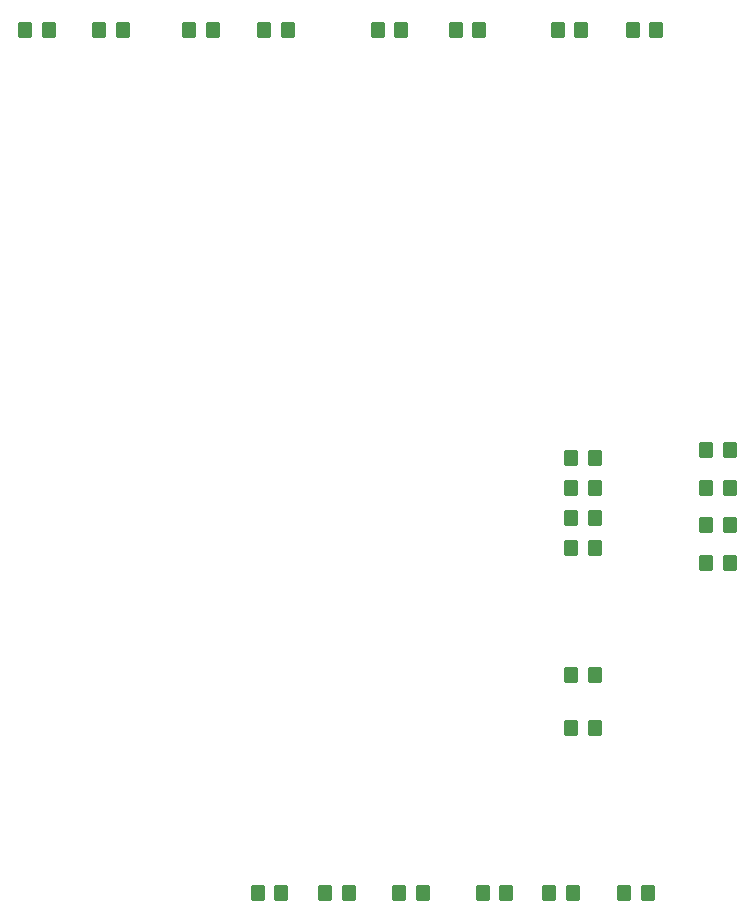
<source format=gtp>
%TF.GenerationSoftware,KiCad,Pcbnew,7.0.1*%
%TF.CreationDate,2023-04-23T09:13:03+12:00*%
%TF.ProjectId,Cocktail PCB,436f636b-7461-4696-9c20-5043422e6b69,rev?*%
%TF.SameCoordinates,Original*%
%TF.FileFunction,Paste,Top*%
%TF.FilePolarity,Positive*%
%FSLAX46Y46*%
G04 Gerber Fmt 4.6, Leading zero omitted, Abs format (unit mm)*
G04 Created by KiCad (PCBNEW 7.0.1) date 2023-04-23 09:13:03*
%MOMM*%
%LPD*%
G01*
G04 APERTURE LIST*
G04 Aperture macros list*
%AMRoundRect*
0 Rectangle with rounded corners*
0 $1 Rounding radius*
0 $2 $3 $4 $5 $6 $7 $8 $9 X,Y pos of 4 corners*
0 Add a 4 corners polygon primitive as box body*
4,1,4,$2,$3,$4,$5,$6,$7,$8,$9,$2,$3,0*
0 Add four circle primitives for the rounded corners*
1,1,$1+$1,$2,$3*
1,1,$1+$1,$4,$5*
1,1,$1+$1,$6,$7*
1,1,$1+$1,$8,$9*
0 Add four rect primitives between the rounded corners*
20,1,$1+$1,$2,$3,$4,$5,0*
20,1,$1+$1,$4,$5,$6,$7,0*
20,1,$1+$1,$6,$7,$8,$9,0*
20,1,$1+$1,$8,$9,$2,$3,0*%
G04 Aperture macros list end*
%ADD10RoundRect,0.250000X-0.350000X-0.450000X0.350000X-0.450000X0.350000X0.450000X-0.350000X0.450000X0*%
%ADD11RoundRect,0.250000X0.350000X0.450000X-0.350000X0.450000X-0.350000X-0.450000X0.350000X-0.450000X0*%
G04 APERTURE END LIST*
D10*
X191675000Y-99060000D03*
X193675000Y-99060000D03*
X180245000Y-93345000D03*
X182245000Y-93345000D03*
X191675000Y-92710000D03*
X193675000Y-92710000D03*
X180245000Y-100965000D03*
X182245000Y-100965000D03*
X180245000Y-111760000D03*
X182245000Y-111760000D03*
D11*
X167640000Y-130175000D03*
X165640000Y-130175000D03*
X172450000Y-57150000D03*
X170450000Y-57150000D03*
D10*
X179070000Y-57150000D03*
X181070000Y-57150000D03*
D11*
X155670000Y-130175000D03*
X153670000Y-130175000D03*
X186690000Y-130175000D03*
X184690000Y-130175000D03*
X187420000Y-57150000D03*
X185420000Y-57150000D03*
D10*
X159385000Y-130175000D03*
X161385000Y-130175000D03*
X133985000Y-57150000D03*
X135985000Y-57150000D03*
X180245000Y-95885000D03*
X182245000Y-95885000D03*
X147860000Y-57150000D03*
X149860000Y-57150000D03*
D11*
X174720000Y-130175000D03*
X172720000Y-130175000D03*
D10*
X163830000Y-57150000D03*
X165830000Y-57150000D03*
D11*
X156210000Y-57150000D03*
X154210000Y-57150000D03*
D10*
X191675000Y-95885000D03*
X193675000Y-95885000D03*
X180245000Y-98425000D03*
X182245000Y-98425000D03*
D11*
X182245000Y-116205000D03*
X180245000Y-116205000D03*
X142240000Y-57150000D03*
X140240000Y-57150000D03*
D10*
X191675000Y-102235000D03*
X193675000Y-102235000D03*
X178340000Y-130175000D03*
X180340000Y-130175000D03*
M02*

</source>
